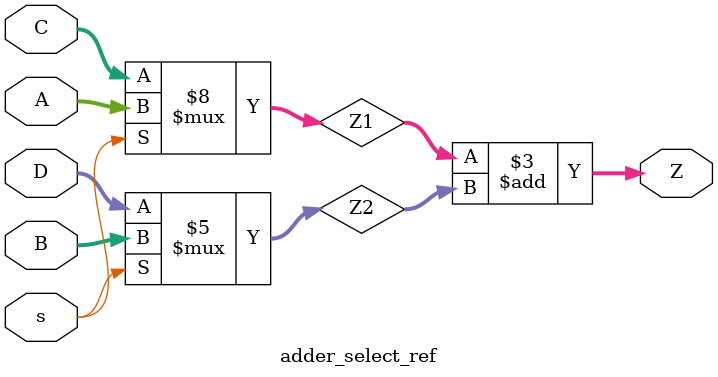
<source format=v>
module adder_select_ref(
    input wire s,
    input wire [31:0] A, B, C, D,
    output reg [32:0] Z
);

reg [31:0] Z1, Z2;  // Intermediate values

always @(s, A, B, C, D) begin
    if (s) begin
        Z1 <= A;
        Z2 <= B;
    end else begin
        Z1 <= C;
        Z2 <= D;
    end
end

always @(Z1, Z2) begin
    Z <= Z1 + Z2;
end

endmodule
</source>
